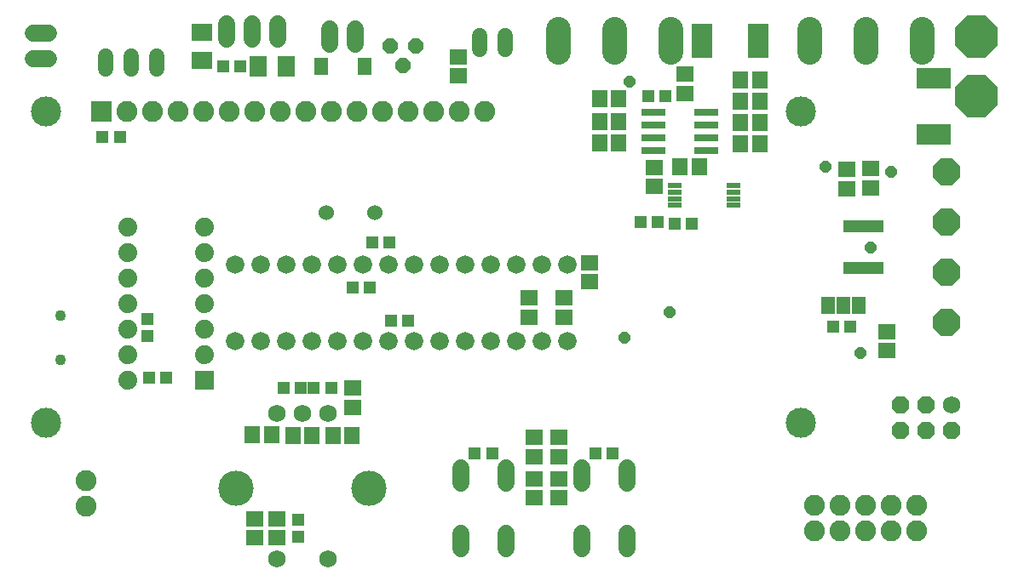
<source format=gbr>
G04 EAGLE Gerber RS-274X export*
G75*
%MOMM*%
%FSLAX34Y34*%
%LPD*%
%INSoldermask Bottom*%
%IPPOS*%
%AMOC8*
5,1,8,0,0,1.08239X$1,22.5*%
G01*
%ADD10R,1.879600X1.879600*%
%ADD11C,1.879600*%
%ADD12R,1.303200X1.203200*%
%ADD13R,1.503200X1.703200*%
%ADD14R,1.203200X1.303200*%
%ADD15R,1.803200X2.003200*%
%ADD16R,1.473200X1.673200*%
%ADD17R,2.403200X0.803200*%
%ADD18C,1.103200*%
%ADD19C,2.082800*%
%ADD20C,1.727200*%
%ADD21R,2.082800X2.082800*%
%ADD22C,3.003200*%
%ADD23C,1.524000*%
%ADD24R,1.703200X1.503200*%
%ADD25C,1.524000*%
%ADD26R,3.403200X2.003200*%
%ADD27R,2.003200X3.403200*%
%ADD28C,1.727200*%
%ADD29C,3.505200*%
%ADD30R,1.371600X1.803400*%
%ADD31P,1.869504X8X202.500000*%
%ADD32R,0.503200X1.203200*%
%ADD33R,1.403200X0.553200*%
%ADD34C,2.451100*%
%ADD35P,1.649562X8X202.500000*%
%ADD36C,1.828800*%
%ADD37P,2.969212X8X112.500000*%
%ADD38R,2.003200X1.803200*%
%ADD39P,4.549502X8X22.500000*%
%ADD40P,1.201020X8X22.500000*%


D10*
X202550Y237600D03*
D11*
X202550Y263000D03*
X202550Y288400D03*
X202550Y313800D03*
X202550Y339200D03*
X202550Y364600D03*
X202550Y390000D03*
X126350Y390000D03*
X126350Y364600D03*
X126350Y339200D03*
X126350Y313800D03*
X126350Y288400D03*
X126350Y263000D03*
X126350Y237600D03*
D12*
X369750Y374600D03*
X386750Y374600D03*
D13*
X754500Y515000D03*
X735500Y515000D03*
X595500Y495000D03*
X614500Y495000D03*
D12*
X488500Y165000D03*
X471500Y165000D03*
D14*
X296000Y98500D03*
X296000Y81500D03*
D12*
X328500Y230000D03*
X311500Y230000D03*
X281500Y230000D03*
X298500Y230000D03*
X164850Y240000D03*
X147850Y240000D03*
X388300Y296400D03*
X405300Y296400D03*
D15*
X284000Y550000D03*
X256000Y550000D03*
D12*
X349750Y329600D03*
X366750Y329600D03*
X669750Y393250D03*
X686750Y393250D03*
X827750Y291250D03*
X844750Y291250D03*
X591500Y165000D03*
X608500Y165000D03*
D14*
X146350Y298500D03*
X146350Y281500D03*
D16*
X361500Y550000D03*
X318500Y550000D03*
D17*
X701000Y491350D03*
X649000Y491350D03*
X701000Y504050D03*
X701000Y478650D03*
X701000Y465950D03*
X649000Y504050D03*
X649000Y478650D03*
X649000Y465950D03*
D18*
X60000Y302000D03*
X60000Y258000D03*
D19*
X910800Y112700D03*
X910800Y87300D03*
X885400Y112700D03*
X885400Y87300D03*
X860000Y112700D03*
X860000Y87300D03*
X834600Y112700D03*
X834600Y87300D03*
X809200Y112700D03*
X809200Y87300D03*
D20*
X47620Y557300D02*
X32380Y557300D01*
X32380Y582700D02*
X47620Y582700D01*
X352700Y587620D02*
X352700Y572380D01*
X327300Y572380D02*
X327300Y587620D01*
D21*
X100000Y505000D03*
D19*
X125400Y505000D03*
X150800Y505000D03*
X176200Y505000D03*
X201600Y505000D03*
X227000Y505000D03*
X252400Y505000D03*
X277800Y505000D03*
X303200Y505000D03*
X328600Y505000D03*
X354000Y505000D03*
X379400Y505000D03*
X404800Y505000D03*
X430200Y505000D03*
X455600Y505000D03*
X481000Y505000D03*
D22*
X45000Y505000D03*
X45000Y195000D03*
X795000Y505000D03*
X795000Y195000D03*
D23*
X324120Y404600D03*
X372380Y404600D03*
D24*
X455000Y559500D03*
X455000Y540500D03*
D25*
X155400Y547046D02*
X155400Y560254D01*
X104600Y560254D02*
X104600Y547046D01*
X130000Y547046D02*
X130000Y560254D01*
D26*
X927200Y481850D03*
X927200Y537850D03*
D24*
X650000Y430500D03*
X650000Y449500D03*
D13*
X694500Y450000D03*
X675500Y450000D03*
X754500Y494000D03*
X735500Y494000D03*
D24*
X585000Y354500D03*
X585000Y335500D03*
D13*
X754500Y473000D03*
X735500Y473000D03*
X754500Y536000D03*
X735500Y536000D03*
X595500Y474000D03*
X614500Y474000D03*
D24*
X680500Y542000D03*
X680500Y523000D03*
D13*
X595500Y518000D03*
X614500Y518000D03*
D27*
X753000Y575000D03*
X697000Y575000D03*
D25*
X501400Y580254D02*
X501400Y567046D01*
X476000Y567046D02*
X476000Y580254D01*
D24*
X880800Y285850D03*
X880800Y266850D03*
X530000Y139500D03*
X530000Y120500D03*
X530000Y180500D03*
X530000Y161500D03*
X525000Y300500D03*
X525000Y319500D03*
X253000Y80500D03*
X253000Y99500D03*
X275000Y99500D03*
X275000Y80500D03*
D13*
X290500Y182500D03*
X309500Y182500D03*
X250500Y183650D03*
X269500Y183650D03*
D24*
X350000Y229500D03*
X350000Y210500D03*
D13*
X330500Y182500D03*
X349500Y182500D03*
D24*
X560000Y300500D03*
X560000Y319500D03*
X555000Y139500D03*
X555000Y120500D03*
X555000Y180500D03*
X555000Y161500D03*
D20*
X577394Y85108D02*
X577394Y69868D01*
X577394Y134892D02*
X577394Y150132D01*
X622606Y85108D02*
X622606Y69868D01*
X622606Y134892D02*
X622606Y150132D01*
X502606Y150132D02*
X502606Y134892D01*
X502606Y85108D02*
X502606Y69868D01*
X457394Y134892D02*
X457394Y150132D01*
X457394Y85108D02*
X457394Y69868D01*
D28*
X300000Y204930D03*
X274600Y60150D03*
D29*
X233960Y130000D03*
X366040Y130000D03*
D28*
X325400Y60150D03*
X274600Y204930D03*
X325400Y204930D03*
D30*
X822110Y312300D03*
X837350Y312300D03*
X852590Y312300D03*
D28*
X945400Y212700D03*
D31*
X920000Y212700D03*
X894600Y212700D03*
X945400Y187300D03*
X920000Y187300D03*
X894600Y187300D03*
D32*
X875000Y349500D03*
X870000Y349500D03*
X865000Y349500D03*
X860000Y349500D03*
X855000Y349500D03*
X850000Y349500D03*
X845000Y349500D03*
X840000Y349500D03*
X840000Y390500D03*
X845000Y390500D03*
X850000Y390500D03*
X855000Y390500D03*
X860000Y390500D03*
X865000Y390500D03*
X870000Y390500D03*
X875000Y390500D03*
D33*
X670250Y411650D03*
X670250Y418150D03*
X670250Y424650D03*
X670250Y431150D03*
X728750Y431150D03*
X728750Y424650D03*
X728750Y418150D03*
X728750Y411650D03*
D34*
X554120Y564551D02*
X554120Y587030D01*
X610000Y587030D02*
X610000Y564551D01*
X665880Y564551D02*
X665880Y587030D01*
X804120Y587030D02*
X804120Y564551D01*
X860000Y564551D02*
X860000Y587030D01*
X915880Y587030D02*
X915880Y564551D01*
D35*
X412700Y570000D03*
X400000Y550950D03*
X387300Y570000D03*
D36*
X563350Y352700D03*
X537950Y352700D03*
X512550Y352700D03*
X487150Y352700D03*
X461750Y352700D03*
X436350Y352700D03*
X410950Y352700D03*
X385550Y352700D03*
X360150Y352700D03*
X334750Y352700D03*
X309350Y352700D03*
X283950Y352700D03*
X258550Y352700D03*
X233150Y352700D03*
X233150Y276500D03*
X258550Y276500D03*
X283950Y276500D03*
X309350Y276500D03*
X334750Y276500D03*
X360150Y276500D03*
X385550Y276500D03*
X410950Y276500D03*
X436350Y276500D03*
X461750Y276500D03*
X487150Y276500D03*
X512550Y276500D03*
X537950Y276500D03*
X563350Y276500D03*
D37*
X940000Y295000D03*
X940000Y345000D03*
X940000Y395000D03*
X940000Y445000D03*
D20*
X224600Y576980D02*
X224600Y592220D01*
X250000Y592220D02*
X250000Y576980D01*
X275400Y576980D02*
X275400Y592220D01*
D38*
X200000Y584000D03*
X200000Y556000D03*
D12*
X644000Y520000D03*
X661000Y520000D03*
X118500Y480000D03*
X101500Y480000D03*
X221500Y550000D03*
X238500Y550000D03*
D24*
X865000Y448150D03*
X865000Y429150D03*
X841400Y428350D03*
X841400Y447350D03*
D39*
X970000Y580000D03*
X970000Y520000D03*
D19*
X85000Y112300D03*
X85000Y137700D03*
D12*
X653500Y395000D03*
X636500Y395000D03*
D40*
X855000Y265000D03*
X665000Y305000D03*
X620000Y280000D03*
X625000Y535000D03*
X820000Y450000D03*
X885000Y445000D03*
X865000Y370000D03*
M02*

</source>
